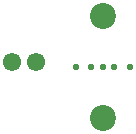
<source format=gbs>
%FSLAX46Y46*%
%MOMM*%
%AMPS11*
1,1,1.550000,0.000000,0.000000*
%
%ADD11PS11*%
%AMPS12*
1,1,0.550000,0.000000,0.000000*
%
%ADD12PS12*%
%AMPS10*
1,1,2.200000,0.000000,0.000000*
%
%ADD10PS10*%
G01*
G01*
%LPD*%
G75*
D10*
X5525000Y-4300000D03*
D10*
X5525000Y4300000D03*
D11*
X-2125000Y447000D03*
D11*
X-125000Y447000D03*
D12*
X3250000Y0D03*
D12*
X5525000Y0D03*
D12*
X4500000Y0D03*
D12*
X7800000Y0D03*
D12*
X6500000Y0D03*
M02*

</source>
